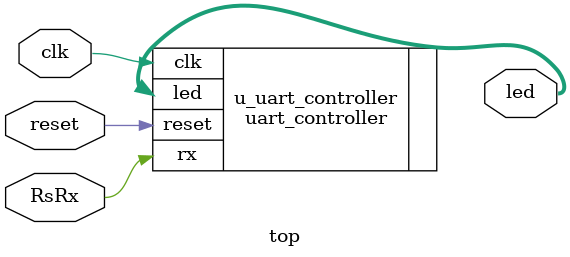
<source format=v>
`timescale 1ns / 1ps

module top(
    input clk,
    input reset,  // btnU
    input RsRx,
    output [15:0] led
);

    uart_controller u_uart_controller(
        .clk(clk),
        .reset(reset),
        .rx(RsRx),
        .led(led)
    );

    
endmodule

</source>
